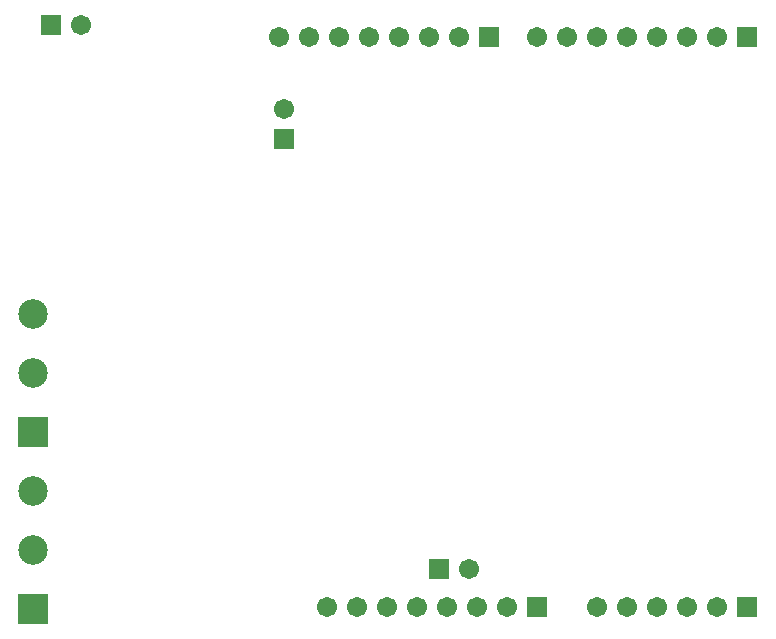
<source format=gbs>
G04*
G04 #@! TF.GenerationSoftware,Altium Limited,Altium Designer,18.0.11 (651)*
G04*
G04 Layer_Color=16711935*
%FSLAX44Y44*%
%MOMM*%
G71*
G01*
G75*
%ADD44C,1.7032*%
%ADD45R,1.7032X1.7032*%
%ADD46C,2.5000*%
%ADD47R,2.5000X2.5000*%
%ADD48R,1.7032X1.7032*%
D44*
X508000Y25400D02*
D03*
X533400D02*
D03*
X558800D02*
D03*
X584200D02*
D03*
X609600D02*
D03*
X457200Y508000D02*
D03*
X482600D02*
D03*
X508000D02*
D03*
X533400D02*
D03*
X558800D02*
D03*
X584200D02*
D03*
X609600D02*
D03*
X238760D02*
D03*
X264160D02*
D03*
X289560D02*
D03*
X314960D02*
D03*
X340360D02*
D03*
X365760D02*
D03*
X391160D02*
D03*
X399466Y57861D02*
D03*
X71120Y518160D02*
D03*
X242392Y446684D02*
D03*
X431800Y25400D02*
D03*
X406400D02*
D03*
X381000D02*
D03*
X355600D02*
D03*
X330200D02*
D03*
X304800D02*
D03*
X279400D02*
D03*
D45*
X635000D02*
D03*
Y508000D02*
D03*
X416560D02*
D03*
X374066Y57861D02*
D03*
X45720Y518160D02*
D03*
X457200Y25400D02*
D03*
D46*
X30480Y73660D02*
D03*
Y123660D02*
D03*
Y223660D02*
D03*
Y273660D02*
D03*
D47*
Y23660D02*
D03*
Y173660D02*
D03*
D48*
X242392Y421284D02*
D03*
M02*

</source>
